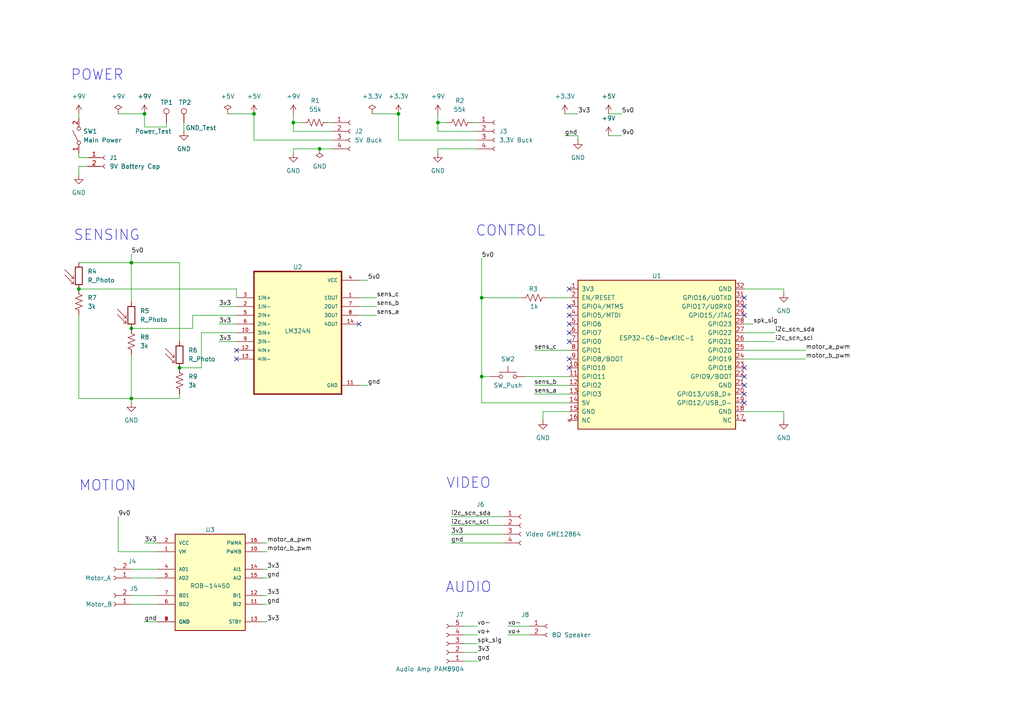
<source format=kicad_sch>
(kicad_sch (version 20231120) (generator "eeschema") (generator_version "8.0")
  (paper "A4")
  (title_block (title "buzzcar_compact_board") (date "2025-09-18") (rev "1.0") (company "My Electrical Romance"))
  (lib_symbols
    (symbol "Connector:Conn_01x02_Socket" (pin_names (offset 1.016) hide)
      (property "Reference" "J" (at 0 2.54 0))
      (property "Value" "Conn_01x02_Socket" (at 0 -5.08 0))
      (symbol "Conn_01x02_Socket_1_1"
        (arc (start 0 -2.032) (mid -0.5058 -2.54) (end 0 -3.048) (stroke (width 0.1524)))
        (polyline (pts (xy -1.27 -2.54) (xy -0.508 -2.54)) (stroke (width 0.1524)))
        (polyline (pts (xy -1.27 0) (xy -0.508 0)) (stroke (width 0.1524)))
        (arc (start 0 0.508) (mid -0.5058 0) (end 0 -0.508) (stroke (width 0.1524)))
        (pin passive line (at -5.08 0 0) (length 3.81) (name "Pin_1") (number "1"))
        (pin passive line (at -5.08 -2.54 0) (length 3.81) (name "Pin_2") (number "2"))
      )
    )
    (symbol "Connector:Conn_01x04_Socket" (pin_names (offset 1.016) hide)
      (property "Reference" "J" (at 0 5.08 0))
      (property "Value" "Conn_01x04_Socket" (at 0 -7.62 0))
      (symbol "Conn_01x04_Socket_1_1"
        (arc (start 0 -4.572) (mid -0.5058 -5.08) (end 0 -5.588) (stroke (width 0.1524)))
        (arc (start 0 -2.032) (mid -0.5058 -2.54) (end 0 -3.048) (stroke (width 0.1524)))
        (polyline (pts (xy -1.27 -5.08) (xy -0.508 -5.08)) (stroke (width 0.1524)))
        (polyline (pts (xy -1.27 -2.54) (xy -0.508 -2.54)) (stroke (width 0.1524)))
        (polyline (pts (xy -1.27 0) (xy -0.508 0)) (stroke (width 0.1524)))
        (polyline (pts (xy -1.27 2.54) (xy -0.508 2.54)) (stroke (width 0.1524)))
        (arc (start 0 0.508) (mid -0.5058 0) (end 0 -0.508) (stroke (width 0.1524)))
        (arc (start 0 3.048) (mid -0.5058 2.54) (end 0 2.032) (stroke (width 0.1524)))
        (pin passive line (at -5.08 2.54 0) (length 3.81) (name "Pin_1") (number "1"))
        (pin passive line (at -5.08 0 0) (length 3.81) (name "Pin_2") (number "2"))
        (pin passive line (at -5.08 -2.54 0) (length 3.81) (name "Pin_3") (number "3"))
        (pin passive line (at -5.08 -5.08 0) (length 3.81) (name "Pin_4") (number "4"))
      )
    )
    (symbol "Connector:Conn_01x05_Socket" (pin_names (offset 1.016) hide)
      (property "Reference" "J" (at 0 7.62 0))
      (property "Value" "Conn_01x05_Socket" (at 0 -7.62 0))
      (symbol "Conn_01x05_Socket_1_1"
        (arc (start 0 -4.572) (mid -0.5058 -5.08) (end 0 -5.588) (stroke (width 0.1524)))
        (arc (start 0 -2.032) (mid -0.5058 -2.54) (end 0 -3.048) (stroke (width 0.1524)))
        (polyline (pts (xy -1.27 -5.08) (xy -0.508 -5.08)) (stroke (width 0.1524)))
        (polyline (pts (xy -1.27 -2.54) (xy -0.508 -2.54)) (stroke (width 0.1524)))
        (polyline (pts (xy -1.27 0) (xy -0.508 0)) (stroke (width 0.1524)))
        (polyline (pts (xy -1.27 2.54) (xy -0.508 2.54)) (stroke (width 0.1524)))
        (polyline (pts (xy -1.27 5.08) (xy -0.508 5.08)) (stroke (width 0.1524)))
        (arc (start 0 0.508) (mid -0.5058 0) (end 0 -0.508) (stroke (width 0.1524)))
        (arc (start 0 3.048) (mid -0.5058 2.54) (end 0 2.032) (stroke (width 0.1524)))
        (arc (start 0 5.588) (mid -0.5058 5.08) (end 0 4.572) (stroke (width 0.1524)))
        (pin passive line (at -5.08 5.08 0) (length 3.81) (name "Pin_1") (number "1"))
        (pin passive line (at -5.08 2.54 0) (length 3.81) (name "Pin_2") (number "2"))
        (pin passive line (at -5.08 0 0) (length 3.81) (name "Pin_3") (number "3"))
        (pin passive line (at -5.08 -2.54 0) (length 3.81) (name "Pin_4") (number "4"))
        (pin passive line (at -5.08 -5.08 0) (length 3.81) (name "Pin_5") (number "5"))
      )
    )
    (symbol "Connector:TestPoint" (pin_numbers hide) (pin_names (offset 0.762) hide)
      (property "Reference" "TP" (at 0 6.858 0))
      (property "Value" "TestPoint" (at 0 5.08 0))
      (symbol "TestPoint_0_1"
        (circle (center 0 3.302) (radius 0.762))
      )
      (symbol "TestPoint_1_1"
        (pin passive line (at 0 0 90) (length 2.54) (name "1") (number "1"))
      )
    )
    (symbol "Device:R_Photo" (pin_numbers hide) (pin_names (offset 0))
      (property "Reference" "R" (at 1.27 1.27 0))
      (property "Value" "R_Photo" (at 1.27 0 0))
      (symbol "R_Photo_0_1"
        (rectangle (start -1.016 2.54) (end 1.016 -2.54) (stroke (width 0.254)))
        (polyline (pts (xy -1.524 -2.286) (xy -4.064 0.254)))
        (polyline (pts (xy -1.524 -2.286) (xy -2.286 -2.286)))
        (polyline (pts (xy -1.524 -2.286) (xy -1.524 -1.524)))
        (polyline (pts (xy -1.524 -0.762) (xy -4.064 1.778)))
        (polyline (pts (xy -1.524 -0.762) (xy -2.286 -0.762)))
        (polyline (pts (xy -1.524 -0.762) (xy -1.524 0)))
      )
      (symbol "R_Photo_1_1"
        (pin passive line (at 0 3.81 270) (length 1.27) (name "~") (number "1"))
        (pin passive line (at 0 -3.81 90) (length 1.27) (name "~") (number "2"))
      )
    )
    (symbol "Device:R_US" (pin_numbers hide) (pin_names (offset 0))
      (property "Reference" "R" (at 2.54 0 90))
      (property "Value" "R_US" (at -2.54 0 90))
      (symbol "R_US_0_1"
        (polyline (pts (xy 0 -2.286) (xy 0 -2.54)))
        (polyline (pts (xy 0 2.286) (xy 0 2.54)))
        (polyline (pts (xy 0 -0.762) (xy 1.016 -1.143) (xy 0 -1.524) (xy -1.016 -1.905) (xy 0 -2.286)))
        (polyline (pts (xy 0 0.762) (xy 1.016 0.381) (xy 0 0) (xy -1.016 -0.381) (xy 0 -0.762)))
        (polyline (pts (xy 0 2.286) (xy 1.016 1.905) (xy 0 1.524) (xy -1.016 1.143) (xy 0 0.762)))
      )
      (symbol "R_US_1_1"
        (pin passive line (at 0 3.81 270) (length 1.27) (name "~") (number "1"))
        (pin passive line (at 0 -3.81 90) (length 1.27) (name "~") (number "2"))
      )
    )
    (symbol "LM324N:LM324N" (pin_names (offset 1.016))
      (property "Reference" "U" (at -12.7 18.78 0))
      (property "Value" "LM324N" (at -12.7 -21.78 0))
      (symbol "LM324N_0_0"
        (rectangle (start -12.7 -17.78) (end 12.7 17.78) (stroke (width 0.41)) (fill (type background)))
        (pin output line (at 17.78 10.16 180) (length 5.08) (name "1OUT") (number "1"))
        (pin input line (at -17.78 0 0) (length 5.08) (name "3IN+") (number "10"))
        (pin power_in line (at 17.78 -15.24 180) (length 5.08) (name "GND") (number "11"))
        (pin input line (at -17.78 -5.08 0) (length 5.08) (name "4IN+") (number "12"))
        (pin input line (at -17.78 -7.62 0) (length 5.08) (name "4IN-") (number "13"))
        (pin output line (at 17.78 2.54 180) (length 5.08) (name "4OUT") (number "14"))
        (pin input line (at -17.78 7.62 0) (length 5.08) (name "1IN-") (number "2"))
        (pin input line (at -17.78 10.16 0) (length 5.08) (name "1IN+") (number "3"))
        (pin power_in line (at 17.78 15.24 180) (length 5.08) (name "VCC") (number "4"))
        (pin input line (at -17.78 5.08 0) (length 5.08) (name "2IN+") (number "5"))
        (pin input line (at -17.78 2.54 0) (length 5.08) (name "2IN-") (number "6"))
        (pin output line (at 17.78 7.62 180) (length 5.08) (name "2OUT") (number "7"))
        (pin output line (at 17.78 5.08 180) (length 5.08) (name "3OUT") (number "8"))
        (pin input line (at -17.78 -2.54 0) (length 5.08) (name "3IN-") (number "9"))
      )
    )
    (symbol "PCM_Espressif:ESP32-C6-DevKitC-1" (pin_names (offset 1.016))
      (property "Reference" "U" (at -22.86 25.4 0))
      (property "Value" "ESP32-C6-DevKitC-1" (at -22.86 22.86 0))
      (symbol "ESP32-C6-DevKitC-1_0_1"
        (rectangle (start -22.86 20.32) (end 22.86 -22.86) (stroke (width 0.254)) (fill (type background)))
      )
      (symbol "ESP32-C6-DevKitC-1_1_0"
        (pin power_in line (at -25.4 -15.24 0) (length 2.54) (name "5V") (number "14"))
        (pin input line (at -25.4 15.24 0) (length 2.54) (name "EN/RESET") (number "2"))
      )
      (symbol "ESP32-C6-DevKitC-1_1_1"
        (pin power_in line (at -25.4 17.78 0) (length 2.54) (name "3V3") (number "1"))
        (pin bidirectional line (at -25.4 -5.08 0) (length 2.54) (name "GPIO10") (number "10"))
        (pin bidirectional line (at -25.4 -7.62 0) (length 2.54) (name "GPIO11") (number "11"))
        (pin bidirectional line (at -25.4 -10.16 0) (length 2.54) (name "GPIO2") (number "12"))
        (pin bidirectional line (at -25.4 -12.7 0) (length 2.54) (name "GPIO3") (number "13"))
        (pin power_in line (at -25.4 -17.78 0) (length 2.54) (name "GND") (number "15"))
        (pin no_connect line (at -25.4 -20.32 0) (length 2.54) (name "NC") (number "16"))
        (pin no_connect line (at 25.4 -20.32 180) (length 2.54) (name "NC") (number "17"))
        (pin power_in line (at 25.4 -17.78 180) (length 2.54) (name "GND") (number "18"))
        (pin bidirectional line (at 25.4 -15.24 180) (length 2.54) (name "GPIO12/USB_D-") (number "19"))
        (pin bidirectional line (at 25.4 -12.7 180) (length 2.54) (name "GPIO13/USB_D+") (number "20"))
        (pin power_in line (at 25.4 -10.16 180) (length 2.54) (name "GND") (number "21"))
        (pin bidirectional line (at 25.4 -7.62 180) (length 2.54) (name "GPIO9/BOOT") (number "22"))
        (pin bidirectional line (at 25.4 -5.08 180) (length 2.54) (name "GPIO18") (number "23"))
        (pin bidirectional line (at 25.4 -2.54 180) (length 2.54) (name "GPIO19") (number "24"))
        (pin bidirectional line (at 25.4 0 180) (length 2.54) (name "GPIO20") (number "25"))
        (pin bidirectional line (at 25.4 2.54 180) (length 2.54) (name "GPIO21") (number "26"))
        (pin bidirectional line (at 25.4 5.08 180) (length 2.54) (name "GPIO22") (number "27"))
        (pin bidirectional line (at 25.4 7.62 180) (length 2.54) (name "GPIO23") (number "28"))
        (pin bidirectional line (at 25.4 10.16 180) (length 2.54) (name "GPIO15/JTAG") (number "29"))
        (pin bidirectional line (at -25.4 12.7 0) (length 2.54) (name "GPIO4/MTMS") (number "3"))
        (pin bidirectional line (at 25.4 12.7 180) (length 2.54) (name "GPIO17/U0RXD") (number "30"))
        (pin bidirectional line (at 25.4 15.24 180) (length 2.54) (name "GPIO16/U0TXD") (number "31"))
        (pin power_in line (at 25.4 17.78 180) (length 2.54) (name "GND") (number "32"))
        (pin bidirectional line (at -25.4 10.16 0) (length 2.54) (name "GPIO5/MTDI") (number "4"))
        (pin bidirectional line (at -25.4 7.62 0) (length 2.54) (name "GPIO6") (number "5"))
        (pin bidirectional line (at -25.4 5.08 0) (length 2.54) (name "GPIO7") (number "6"))
        (pin bidirectional line (at -25.4 2.54 0) (length 2.54) (name "GPIO0") (number "7"))
        (pin bidirectional line (at -25.4 0 0) (length 2.54) (name "GPIO1") (number "8"))
        (pin bidirectional line (at -25.4 -2.54 0) (length 2.54) (name "GPIO8/BOOT") (number "9"))
      )
    )
    (symbol "ROB-14450:ROB-14450" (pin_names (offset 1.016))
      (property "Reference" "U" (at -10.16 16.002 0))
      (property "Value" "ROB-14450" (at -10.16 -15.24 0))
      (symbol "ROB-14450_0_0"
        (rectangle (start -10.16 -12.7) (end 10.16 15.24) (stroke (width 0.254)) (fill (type background)))
        (pin power_in line (at 15.24 10.16 180) (length 5.08) (name "VM") (number "1"))
        (pin input line (at -15.24 10.16 0) (length 5.08) (name "PWMB") (number "10"))
        (pin input line (at -15.24 -5.08 0) (length 5.08) (name "BI2") (number "11"))
        (pin input line (at -15.24 -2.54 0) (length 5.08) (name "BI1") (number "12"))
        (pin input line (at -15.24 -10.16 0) (length 5.08) (name "STBY") (number "13"))
        (pin input line (at -15.24 5.08 0) (length 5.08) (name "AI1") (number "14"))
        (pin input line (at -15.24 2.54 0) (length 5.08) (name "AI2") (number "15"))
        (pin input line (at -15.24 12.7 0) (length 5.08) (name "PWMA") (number "16"))
        (pin power_in line (at 15.24 12.7 180) (length 5.08) (name "VCC") (number "2"))
        (pin power_in line (at 15.24 -10.16 180) (length 5.08) (name "GND") (number "3"))
        (pin output line (at 15.24 5.08 180) (length 5.08) (name "A01") (number "4"))
        (pin output line (at 15.24 2.54 180) (length 5.08) (name "A02") (number "5"))
        (pin output line (at 15.24 -5.08 180) (length 5.08) (name "B02") (number "6"))
        (pin output line (at 15.24 -2.54 180) (length 5.08) (name "B01") (number "7"))
        (pin power_in line (at 15.24 -10.16 180) (length 5.08) (name "GND") (number "8"))
        (pin power_in line (at 15.24 -10.16 180) (length 5.08) (name "GND") (number "9"))
      )
    )
    (symbol "Switch:SW_Push" (pin_numbers hide) (pin_names (offset 1.016) hide)
      (property "Reference" "SW" (at 1.27 2.54 0))
      (property "Value" "SW_Push" (at 0 -1.524 0))
      (symbol "SW_Push_0_1"
        (circle (center -2.032 0) (radius 0.508))
        (polyline (pts (xy 0 1.27) (xy 0 3.048)))
        (polyline (pts (xy 2.54 1.27) (xy -2.54 1.27)))
        (circle (center 2.032 0) (radius 0.508))
        (pin passive line (at -5.08 0 0) (length 2.54) (name "1") (number "1"))
        (pin passive line (at 5.08 0 180) (length 2.54) (name "2") (number "2"))
      )
    )
    (symbol "Switch:SW_SPST" (pin_names (offset 0) hide)
      (property "Reference" "SW" (at 0 3.175 0))
      (property "Value" "SW_SPST" (at 0 -2.54 0))
      (symbol "SW_SPST_0_0"
        (circle (center -2.032 0) (radius 0.508))
        (polyline (pts (xy -1.524 0.254) (xy 1.524 1.778)))
        (circle (center 2.032 0) (radius 0.508))
      )
      (symbol "SW_SPST_1_1"
        (pin passive line (at -5.08 0 0) (length 2.54) (name "A") (number "1"))
        (pin passive line (at 5.08 0 180) (length 2.54) (name "B") (number "2"))
      )
    )
    (symbol "power:+5V" (power) (pin_numbers hide) (pin_names (offset 0) hide)
      (property "Value" "+5V" (at 0 3.556 0))
      (symbol "+5V_0_1"
        (polyline (pts (xy -0.762 1.27) (xy 0 2.54)))
        (polyline (pts (xy 0 0) (xy 0 2.54)))
        (polyline (pts (xy 0 2.54) (xy 0.762 1.27)))
      )
      (symbol "+5V_1_1"
        (pin power_in line (at 0 0 90) (length 0) (name "~") (number "1"))
      )
    )
    (symbol "power:+9V" (power) (pin_numbers hide) (pin_names (offset 0) hide)
      (property "Value" "+9V" (at 0 3.556 0))
      (symbol "+9V_0_1"
        (polyline (pts (xy -0.762 1.27) (xy 0 2.54)))
        (polyline (pts (xy 0 0) (xy 0 2.54)))
        (polyline (pts (xy 0 2.54) (xy 0.762 1.27)))
      )
      (symbol "+9V_1_1"
        (pin power_in line (at 0 0 90) (length 0) (name "~") (number "1"))
      )
    )
    (symbol "power:GND" (power) (pin_numbers hide) (pin_names (offset 0) hide)
      (property "Value" "GND" (at 0 -3.81 0))
      (symbol "GND_0_1"
        (polyline (pts (xy 0 0) (xy 0 -1.27) (xy 1.27 -1.27) (xy 0 -2.54) (xy -1.27 -1.27) (xy 0 -1.27)))
      )
      (symbol "GND_1_1"
        (pin power_in line (at 0 0 270) (length 0) (name "~") (number "1"))
      )
    )
    (symbol "power:PWR_FLAG" (power) (pin_numbers hide) (pin_names (offset 0) hide)
      (property "Value" "PWR_FLAG" (at 0 3.81 0))
      (symbol "PWR_FLAG_0_0"
        (pin power_out line (at 0 0 90) (length 0) (name "~") (number "1"))
      )
      (symbol "PWR_FLAG_0_1"
        (polyline (pts (xy 0 0) (xy 0 1.27) (xy -1.016 1.905) (xy 0 2.54) (xy 1.016 1.905) (xy 0 1.27)))
      )
    )
  )
  (junction (at 115.57 33.02))
  (junction (at 38.1 95.25))
  (junction (at 38.1 76.2))
  (junction (at 139.7 86.36))
  (junction (at 127 35.56))
  (junction (at 139.7 109.22))
  (junction (at 38.1 115.57))
  (junction (at 73.66 33.02))
  (junction (at 85.09 35.56))
  (junction (at 52.07 106.68))
  (junction (at 22.86 83.82))
  (junction (at 92.71 43.18))
  (junction (at 41.91 33.02))
  (no_connect (at 68.58 104.14))
  (no_connect (at 165.1 96.52))
  (no_connect (at 165.1 93.98))
  (no_connect (at 68.58 101.6))
  (no_connect (at 215.9 111.76))
  (no_connect (at 165.1 106.68))
  (no_connect (at 165.1 104.14))
  (no_connect (at 165.1 83.82))
  (no_connect (at 104.14 93.98))
  (no_connect (at 165.1 99.06))
  (no_connect (at 215.9 88.9))
  (no_connect (at 215.9 116.84))
  (no_connect (at 215.9 86.36))
  (no_connect (at 165.1 88.9))
  (no_connect (at 165.1 91.44))
  (no_connect (at 215.9 109.22))
  (no_connect (at 215.9 91.44))
  (no_connect (at 215.9 114.3))
  (no_connect (at 215.9 106.68))
  (wire (pts (xy 130.81 154.94) (xy 146.05 154.94)))
  (wire (pts (xy 55.88 95.25) (xy 38.1 95.25)))
  (wire (pts (xy 215.9 101.6) (xy 233.68 101.6)))
  (wire (pts (xy 76.2 165.1) (xy 77.47 165.1)))
  (wire (pts (xy 63.5 93.98) (xy 68.58 93.98)))
  (wire (pts (xy 96.52 43.18) (xy 92.71 43.18)))
  (wire (pts (xy 95.25 35.56) (xy 96.52 35.56)))
  (wire (pts (xy 38.1 116.84) (xy 38.1 115.57)))
  (wire (pts (xy 76.2 157.48) (xy 77.47 157.48)))
  (wire (pts (xy 158.75 86.36) (xy 165.1 86.36)))
  (wire (pts (xy 227.33 121.92) (xy 227.33 119.38)))
  (wire (pts (xy 227.33 119.38) (xy 215.9 119.38)))
  (wire (pts (xy 130.81 157.48) (xy 146.05 157.48)))
  (wire (pts (xy 22.86 44.45) (xy 22.86 45.72)))
  (wire (pts (xy 127 33.02) (xy 127 35.56)))
  (wire (pts (xy 139.7 74.93) (xy 139.7 86.36)))
  (wire (pts (xy 52.07 115.57) (xy 38.1 115.57)))
  (wire (pts (xy 85.09 38.1) (xy 96.52 38.1)))
  (wire (pts (xy 104.14 91.44) (xy 109.22 91.44)))
  (wire (pts (xy 96.52 40.64) (xy 73.66 40.64)))
  (wire (pts (xy 134.62 189.23) (xy 138.43 189.23)))
  (wire (pts (xy 58.42 106.68) (xy 52.07 106.68)))
  (wire (pts (xy 38.1 165.1) (xy 45.72 165.1)))
  (wire (pts (xy 104.14 111.76) (xy 106.68 111.76)))
  (wire (pts (xy 22.86 115.57) (xy 38.1 115.57)))
  (wire (pts (xy 104.14 81.28) (xy 106.68 81.28)))
  (wire (pts (xy 38.1 76.2) (xy 38.1 87.63)))
  (wire (pts (xy 52.07 76.2) (xy 52.07 99.06)))
  (wire (pts (xy 53.34 35.56) (xy 53.34 38.1)))
  (wire (pts (xy 68.58 91.44) (xy 55.88 91.44)))
  (wire (pts (xy 85.09 33.02) (xy 85.09 35.56)))
  (wire (pts (xy 63.5 88.9) (xy 68.58 88.9)))
  (wire (pts (xy 138.43 43.18) (xy 127 43.18)))
  (wire (pts (xy 38.1 175.26) (xy 45.72 175.26)))
  (wire (pts (xy 139.7 116.84) (xy 165.1 116.84)))
  (wire (pts (xy 134.62 186.69) (xy 138.43 186.69)))
  (wire (pts (xy 115.57 40.64) (xy 115.57 33.02)))
  (wire (pts (xy 139.7 109.22) (xy 139.7 116.84)))
  (wire (pts (xy 41.91 157.48) (xy 45.72 157.48)))
  (wire (pts (xy 176.53 33.02) (xy 180.34 33.02)))
  (wire (pts (xy 151.13 86.36) (xy 139.7 86.36)))
  (wire (pts (xy 85.09 35.56) (xy 87.63 35.56)))
  (wire (pts (xy 127 38.1) (xy 138.43 38.1)))
  (wire (pts (xy 76.2 167.64) (xy 77.47 167.64)))
  (wire (pts (xy 48.26 36.83) (xy 41.91 36.83)))
  (wire (pts (xy 45.72 160.02) (xy 34.29 160.02)))
  (wire (pts (xy 41.91 36.83) (xy 41.91 33.02)))
  (wire (pts (xy 107.95 33.02) (xy 115.57 33.02)))
  (wire (pts (xy 157.48 121.92) (xy 157.48 119.38)))
  (wire (pts (xy 68.58 96.52) (xy 58.42 96.52)))
  (wire (pts (xy 76.2 160.02) (xy 77.47 160.02)))
  (wire (pts (xy 76.2 172.72) (xy 77.47 172.72)))
  (wire (pts (xy 48.26 35.56) (xy 48.26 36.83)))
  (wire (pts (xy 127 35.56) (xy 129.54 35.56)))
  (wire (pts (xy 137.16 35.56) (xy 138.43 35.56)))
  (wire (pts (xy 127 35.56) (xy 127 38.1)))
  (wire (pts (xy 127 43.18) (xy 127 44.45)))
  (wire (pts (xy 215.9 99.06) (xy 224.79 99.06)))
  (wire (pts (xy 154.94 101.6) (xy 165.1 101.6)))
  (wire (pts (xy 176.53 39.37) (xy 180.34 39.37)))
  (wire (pts (xy 22.86 91.44) (xy 22.86 115.57)))
  (wire (pts (xy 134.62 191.77) (xy 138.43 191.77)))
  (wire (pts (xy 52.07 114.3) (xy 52.07 115.57)))
  (wire (pts (xy 25.4 48.26) (xy 22.86 48.26)))
  (wire (pts (xy 167.64 39.37) (xy 167.64 40.64)))
  (wire (pts (xy 68.58 86.36) (xy 68.58 83.82)))
  (wire (pts (xy 142.24 109.22) (xy 139.7 109.22)))
  (wire (pts (xy 163.83 33.02) (xy 167.64 33.02)))
  (wire (pts (xy 22.86 83.82) (xy 68.58 83.82)))
  (wire (pts (xy 165.1 111.76) (xy 154.94 111.76)))
  (wire (pts (xy 25.4 45.72) (xy 22.86 45.72)))
  (wire (pts (xy 34.29 33.02) (xy 41.91 33.02)))
  (wire (pts (xy 215.9 96.52) (xy 224.79 96.52)))
  (wire (pts (xy 138.43 40.64) (xy 115.57 40.64)))
  (wire (pts (xy 66.04 33.02) (xy 73.66 33.02)))
  (wire (pts (xy 134.62 181.61) (xy 138.43 181.61)))
  (wire (pts (xy 38.1 76.2) (xy 52.07 76.2)))
  (wire (pts (xy 34.29 160.02) (xy 34.29 149.86)))
  (wire (pts (xy 55.88 91.44) (xy 55.88 95.25)))
  (wire (pts (xy 85.09 35.56) (xy 85.09 38.1)))
  (wire (pts (xy 92.71 43.18) (xy 85.09 43.18)))
  (wire (pts (xy 58.42 96.52) (xy 58.42 106.68)))
  (wire (pts (xy 130.81 149.86) (xy 146.05 149.86)))
  (wire (pts (xy 38.1 167.64) (xy 45.72 167.64)))
  (wire (pts (xy 215.9 104.14) (xy 233.68 104.14)))
  (wire (pts (xy 76.2 175.26) (xy 77.47 175.26)))
  (wire (pts (xy 41.91 180.34) (xy 45.72 180.34)))
  (wire (pts (xy 165.1 109.22) (xy 152.4 109.22)))
  (wire (pts (xy 22.86 48.26) (xy 22.86 50.8)))
  (wire (pts (xy 215.9 93.98) (xy 218.44 93.98)))
  (wire (pts (xy 22.86 34.29) (xy 22.86 33.02)))
  (wire (pts (xy 147.32 184.15) (xy 153.67 184.15)))
  (wire (pts (xy 134.62 184.15) (xy 138.43 184.15)))
  (wire (pts (xy 227.33 83.82) (xy 227.33 85.09)))
  (wire (pts (xy 157.48 119.38) (xy 165.1 119.38)))
  (wire (pts (xy 38.1 172.72) (xy 45.72 172.72)))
  (wire (pts (xy 147.32 181.61) (xy 153.67 181.61)))
  (wire (pts (xy 38.1 102.87) (xy 38.1 115.57)))
  (wire (pts (xy 22.86 76.2) (xy 38.1 76.2)))
  (wire (pts (xy 73.66 40.64) (xy 73.66 33.02)))
  (wire (pts (xy 104.14 86.36) (xy 109.22 86.36)))
  (wire (pts (xy 104.14 88.9) (xy 109.22 88.9)))
  (wire (pts (xy 163.83 39.37) (xy 167.64 39.37)))
  (wire (pts (xy 85.09 43.18) (xy 85.09 44.45)))
  (wire (pts (xy 130.81 152.4) (xy 146.05 152.4)))
  (wire (pts (xy 165.1 114.3) (xy 154.94 114.3)))
  (wire (pts (xy 76.2 180.34) (xy 77.47 180.34)))
  (wire (pts (xy 215.9 83.82) (xy 227.33 83.82)))
  (wire (pts (xy 38.1 76.2) (xy 38.1 73.66)))
  (wire (pts (xy 139.7 86.36) (xy 139.7 109.22)))
  (wire (pts (xy 63.5 99.06) (xy 68.58 99.06)))
  (text "SENSING" (at 30.988 68.326 0) (effects (font (size 3 3))))
  (text "VIDEO" (at 135.89 140.208 0) (effects (font (size 3 3))))
  (text "POWER" (at 28.194 21.844 0) (effects (font (size 3 3))))
  (text "CONTROL" (at 148.082 67.056 0) (effects (font (size 3 3))))
  (text "AUDIO" (at 135.89 170.434 0) (effects (font (size 3 3))))
  (text "MOTION" (at 31.242 140.97 0) (effects (font (size 3 3))))
  (label "5v0" (at 139.7 74.93 0))
  (label "5v0" (at 38.1 73.66 0))
  (label "gnd" (at 106.68 111.76 0))
  (label "5v0" (at 106.68 81.28 0))
  (label "i2c_scn_sda" (at 130.81 149.86 0))
  (label "spk_sig" (at 218.44 93.98 0))
  (label "sens_a" (at 154.94 114.3 0))
  (label "3v3" (at 77.47 180.34 0))
  (label "gnd" (at 41.91 180.34 0))
  (label "3v3" (at 63.5 88.9 0))
  (label "3v3" (at 63.5 93.98 0))
  (label "3v3" (at 63.5 99.06 0))
  (label "3v3" (at 41.91 157.48 0))
  (label "motor_a_pwm" (at 77.47 157.48 0))
  (label "vo-" (at 147.32 181.61 0))
  (label "gnd" (at 130.81 157.48 0))
  (label "spk_sig" (at 138.43 186.69 0))
  (label "sens_b" (at 154.94 111.76 0))
  (label "9v0" (at 34.29 149.86 0))
  (label "sens_c" (at 154.94 101.6 0))
  (label "motor_a_pwm" (at 233.68 101.6 0))
  (label "5v0" (at 180.34 33.02 0))
  (label "3v3" (at 77.47 172.72 0))
  (label "3v3" (at 77.47 165.1 0))
  (label "motor_b_pwm" (at 233.68 104.14 0))
  (label "3v3" (at 138.43 189.23 0))
  (label "sens_b" (at 109.22 88.9 0))
  (label "9v0" (at 180.34 39.37 0))
  (label "i2c_scn_scl" (at 224.79 99.06 0))
  (label "vo-" (at 138.43 181.61 0))
  (label "i2c_scn_sda" (at 224.79 96.52 0))
  (label "3v3" (at 167.64 33.02 0))
  (label "gnd" (at 163.83 39.37 0))
  (label "gnd" (at 77.47 175.26 0))
  (label "sens_a" (at 109.22 91.44 0))
  (label "3v3" (at 130.81 154.94 0))
  (label "sens_c" (at 109.22 86.36 0))
  (label "gnd" (at 138.43 191.77 0))
  (label "gnd" (at 77.47 167.64 0))
  (label "i2c_scn_scl" (at 130.81 152.4 0))
  (label "vo+" (at 147.32 184.15 0))
  (label "motor_b_pwm" (at 77.47 160.02 0))
  (label "vo+" (at 138.43 184.15 0))
  (symbol (lib_id "Device:R_Photo") (at 22.86 80.01 0) (unit 1)
    (property "Reference" "R4" (at 25.4 78.7399 0) (effects (justify left)))
    (property "Value" "R_Photo" (at 25.4 81.2799 0) (effects (justify left)))
    (property "Description" "Photoresistor" (effects (hide yes)))
  )
  (symbol (lib_id "power:PWR_FLAG") (at 34.29 33.02 0) (unit 1)
    (property "Reference" "#FLG02" (effects (hide yes)))
    (property "Value" "+9V" (at 34.29 27.94 0))
    (property "Description" "Special symbol for telling ERC where power comes from" (effects (hide yes)))
  )
  (symbol (lib_id "Connector:Conn_01x04_Socket") (at 143.51 38.1 0) (unit 1)
    (property "Reference" "J3" (at 144.78 38.0999 0) (effects (justify left)))
    (property "Value" "3.3V Buck" (at 144.78 40.6399 0) (effects (justify left)))
    (property "Description" "Generic connector, single row, 01x04, script generated" (effects (hide yes)))
  )
  (symbol (lib_id "Connector:Conn_01x04_Socket") (at 151.13 152.4 0) (unit 1)
    (property "Reference" "J6" (at 138.176 146.304 0) (effects (justify left)))
    (property "Value" "Video GME12864" (at 152.4 154.9399 0) (effects (justify left)))
    (property "Description" "Generic connector, single row, 01x04, script generated" (effects (hide yes)))
  )
  (symbol (lib_id "Device:R_US") (at 22.86 87.63 0) (unit 1)
    (property "Reference" "R7" (at 25.4 86.3599 0) (effects (justify left)))
    (property "Value" "3k" (at 25.4 88.8999 0) (effects (justify left)))
    (property "Description" "Resistor, US symbol" (effects (hide yes)))
  )
  (symbol (lib_id "LM324N:LM324N") (at 86.36 96.52 0) (unit 1)
    (property "Reference" "U2" (at 86.36 77.47 0))
    (property "Value" "LM324N" (at 86.36 96.012 0))
    (property "Footprint" "LM324N:DIP794W45P254L1969H508Q14" (effects (hide yes)))
    (property "MF" "Texas Instruments" (effects (hide yes)))
    (property "Description_1" "\n                        \n                            Quad 30-V 1.2-MHz operational amplifier\n                        \n" (effects (hide yes)))
    (property "Package" "PDIP-14 Texas Instruments" (effects (hide yes)))
    (property "Price" "None" (effects (hide yes)))
    (property "SnapEDA_Link" "https://www.snapeda.com/parts/LM324N/Texas+Instruments/view-part/?ref=snap" (effects (hide yes)))
    (property "MP" "LM324N" (effects (hide yes)))
    (property "Availability" "In Stock" (effects (hide yes)))
    (property "Check_prices" "https://www.snapeda.com/parts/LM324N/Texas+Instruments/view-part/?ref=eda" (effects (hide yes)))
  )
  (symbol (lib_id "power:+9V") (at 41.91 33.02 0) (unit 1)
    (property "Reference" "#PWR01" (effects (hide yes)))
    (property "Value" "+9V" (at 41.91 27.94 0))
    (property "Description" "Power symbol creates a global label with name \"+9V\"" (effects (hide yes)))
  )
  (symbol (lib_id "power:PWR_FLAG") (at 66.04 33.02 0) (unit 1)
    (property "Reference" "#FLG03" (effects (hide yes)))
    (property "Value" "+5V" (at 66.04 27.94 0))
    (property "Description" "Special symbol for telling ERC where power comes from" (effects (hide yes)))
  )
  (symbol (lib_id "Connector:TestPoint") (at 48.26 35.56 0) (unit 1)
    (property "Reference" "TP1" (at 46.482 29.718 0) (effects (justify left)))
    (property "Value" "Power_Test" (at 39.116 38.1 0) (effects (justify left)))
    (property "Description" "test point" (effects (hide yes)))
  )
  (symbol (lib_id "PCM_Espressif:ESP32-C6-DevKitC-1") (at 190.5 101.6 0) (unit 1)
    (property "Reference" "U1" (at 190.5 80.01 0))
    (property "Value" "ESP32-C6-DevKitC-1" (at 190.5 98.044 0))
    (property "Footprint" "PCM_Espressif:ESP32-C6-DevKitC-1" (effects (hide yes)))
    (property "Datasheet" "https://docs.espressif.com/projects/espressif-esp-dev-kits/en/latest/esp32c6/esp32-c6-devkitc-1/user_guide.html" (effects (hide yes)))
    (property "Description" "ESP32-C6-DevKitC-1" (effects (hide yes)))
  )
  (symbol (lib_id "Device:R_US") (at 52.07 110.49 0) (unit 1)
    (property "Reference" "R9" (at 54.61 109.2199 0) (effects (justify left)))
    (property "Value" "3k" (at 54.61 111.7599 0) (effects (justify left)))
    (property "Description" "Resistor, US symbol" (effects (hide yes)))
  )
  (symbol (lib_id "power:GND") (at 227.33 121.92 0) (unit 1)
    (property "Reference" "#PWR014" (effects (hide yes)))
    (property "Value" "GND" (at 227.33 127 0))
    (property "Description" "Power symbol creates a global label with name \"GND\" , ground" (effects (hide yes)))
  )
  (symbol (lib_id "power:+9V") (at 127 33.02 0) (unit 1)
    (property "Reference" "#PWR08" (effects (hide yes)))
    (property "Value" "+9V" (at 127 27.94 0))
    (property "Description" "Power symbol creates a global label with name \"+9V\"" (effects (hide yes)))
  )
  (symbol (lib_id "Connector:TestPoint") (at 53.34 35.56 0) (unit 1)
    (property "Reference" "TP2" (at 51.816 29.718 0) (effects (justify left)))
    (property "Value" "GND_Test" (at 53.848 37.084 0) (effects (justify left)))
    (property "Description" "test point" (effects (hide yes)))
  )
  (symbol (lib_id "power:GND") (at 22.86 50.8 0) (unit 1)
    (property "Reference" "#PWR04" (effects (hide yes)))
    (property "Value" "GND" (at 22.86 55.88 0))
    (property "Description" "Power symbol creates a global label with name \"GND\" , ground" (effects (hide yes)))
  )
  (symbol (lib_id "power:+9V") (at 85.09 33.02 0) (unit 1)
    (property "Reference" "#PWR05" (effects (hide yes)))
    (property "Value" "+9V" (at 85.09 27.94 0))
    (property "Description" "Power symbol creates a global label with name \"+9V\"" (effects (hide yes)))
  )
  (symbol (lib_id "Connector:Conn_01x05_Socket") (at 129.54 186.69 180) (unit 1)
    (property "Reference" "J7" (at 133.35 178.308 0))
    (property "Value" "Audio Amp PAM8904" (at 124.714 194.056 0))
    (property "Description" "Generic connector, single row, 01x05, script generated" (effects (hide yes)))
  )
  (symbol (lib_id "power:GND") (at 53.34 38.1 0) (unit 1)
    (property "Reference" "#PWR010" (effects (hide yes)))
    (property "Value" "GND" (at 53.34 43.18 0))
    (property "Description" "Power symbol creates a global label with name \"GND\" , ground" (effects (hide yes)))
  )
  (symbol (lib_id "power:+5V") (at 115.57 33.02 0) (unit 1)
    (property "Reference" "#PWR07" (effects (hide yes)))
    (property "Value" "+3.3V" (at 115.57 27.94 0))
    (property "Description" "Power symbol creates a global label with name \"+5V\"" (effects (hide yes)))
  )
  (symbol (lib_id "power:+5V") (at 73.66 33.02 0) (unit 1)
    (property "Reference" "#PWR06" (effects (hide yes)))
    (property "Value" "+5V" (at 73.66 27.94 0))
    (property "Description" "Power symbol creates a global label with name \"+5V\"" (effects (hide yes)))
  )
  (symbol (lib_id "Connector:Conn_01x02_Socket") (at 30.48 45.72 0) (unit 1)
    (property "Reference" "J1" (at 31.75 45.7199 0) (effects (justify left)))
    (property "Value" "9V Battery Cap" (at 31.75 48.2599 0) (effects (justify left)))
    (property "Description" "Generic connector, single row, 01x02, script generated" (effects (hide yes)))
  )
  (symbol (lib_id "power:GND") (at 167.64 40.64 0) (unit 1)
    (property "Reference" "#PWR027" (effects (hide yes)))
    (property "Value" "GND" (at 167.64 45.72 0))
    (property "Description" "Power symbol creates a global label with name \"GND\" , ground" (effects (hide yes)))
  )
  (symbol (lib_id "power:GND") (at 157.48 121.92 0) (unit 1)
    (property "Reference" "#PWR011" (effects (hide yes)))
    (property "Value" "GND" (at 157.48 127 0))
    (property "Description" "Power symbol creates a global label with name \"GND\" , ground" (effects (hide yes)))
  )
  (symbol (lib_id "Device:R_US") (at 154.94 86.36 90) (unit 1)
    (property "Reference" "R3" (at 154.686 83.82 90))
    (property "Value" "1k" (at 154.94 88.9 90))
    (property "Description" "Resistor, US symbol" (effects (hide yes)))
  )
  (symbol (lib_id "Device:R_US") (at 38.1 99.06 0) (unit 1)
    (property "Reference" "R8" (at 40.64 97.7899 0) (effects (justify left)))
    (property "Value" "3k" (at 40.64 100.3299 0) (effects (justify left)))
    (property "Description" "Resistor, US symbol" (effects (hide yes)))
  )
  (symbol (lib_id "power:+5V") (at 176.53 33.02 0) (unit 1)
    (property "Reference" "#PWR017" (effects (hide yes)))
    (property "Value" "+5V" (at 176.53 27.94 0))
    (property "Description" "Power symbol creates a global label with name \"+5V\"" (effects (hide yes)))
  )
  (symbol (lib_id "Connector:Conn_01x04_Socket") (at 101.6 38.1 0) (unit 1)
    (property "Reference" "J2" (at 102.87 38.0999 0) (effects (justify left)))
    (property "Value" "5V Buck" (at 102.87 40.6399 0) (effects (justify left)))
    (property "Description" "Generic connector, single row, 01x04, script generated" (effects (hide yes)))
  )
  (symbol (lib_id "Switch:SW_SPST") (at 22.86 39.37 90) (unit 1)
    (property "Reference" "SW1" (at 24.13 38.0999 90) (effects (justify right)))
    (property "Value" "Main Power" (at 24.13 40.6399 90) (effects (justify right)))
    (property "Description" "Single Pole Single Throw (SPST) switch" (effects (hide yes)))
  )
  (symbol (lib_id "power:+9V") (at 176.53 39.37 0) (unit 1)
    (property "Reference" "#PWR012" (effects (hide yes)))
    (property "Value" "+9V" (at 176.53 34.29 0))
    (property "Description" "Power symbol creates a global label with name \"+9V\"" (effects (hide yes)))
  )
  (symbol (lib_id "power:+9V") (at 22.86 33.02 0) (unit 1)
    (property "Reference" "#PWR03" (effects (hide yes)))
    (property "Value" "+9V" (at 22.86 27.94 0))
    (property "Description" "Power symbol creates a global label with name \"+9V\"" (effects (hide yes)))
  )
  (symbol (lib_id "power:GND") (at 38.1 116.84 0) (unit 1)
    (property "Reference" "#PWR016" (effects (hide yes)))
    (property "Value" "GND" (at 38.1 121.92 0))
    (property "Description" "Power symbol creates a global label with name \"GND\" , ground" (effects (hide yes)))
  )
  (symbol (lib_id "power:GND") (at 85.09 44.45 0) (unit 1)
    (property "Reference" "#PWR02" (effects (hide yes)))
    (property "Value" "GND" (at 85.09 49.53 0))
    (property "Description" "Power symbol creates a global label with name \"GND\" , ground" (effects (hide yes)))
  )
  (symbol (lib_id "Device:R_Photo") (at 52.07 102.87 0) (unit 1)
    (property "Reference" "R6" (at 54.61 101.5999 0) (effects (justify left)))
    (property "Value" "R_Photo" (at 54.61 104.1399 0) (effects (justify left)))
    (property "Description" "Photoresistor" (effects (hide yes)))
  )
  (symbol (lib_id "Connector:Conn_01x02_Socket") (at 158.75 181.61 0) (unit 1)
    (property "Reference" "J8" (at 151.13 178.308 0) (effects (justify left)))
    (property "Value" "8Ω Speaker" (at 160.02 184.1499 0) (effects (justify left)))
    (property "Description" "Generic connector, single row, 01x02, script generated" (effects (hide yes)))
  )
  (symbol (lib_id "Device:R_Photo") (at 38.1 91.44 0) (unit 1)
    (property "Reference" "R5" (at 40.64 90.1699 0) (effects (justify left)))
    (property "Value" "R_Photo" (at 40.64 92.7099 0) (effects (justify left)))
    (property "Description" "Photoresistor" (effects (hide yes)))
  )
  (symbol (lib_id "Device:R_US") (at 133.35 35.56 90) (unit 1)
    (property "Reference" "R2" (at 133.35 29.21 90))
    (property "Value" "55k" (at 133.35 31.75 90))
    (property "Description" "Resistor, US symbol" (effects (hide yes)))
  )
  (symbol (lib_id "power:PWR_FLAG") (at 107.95 33.02 0) (unit 1)
    (property "Reference" "#FLG04" (effects (hide yes)))
    (property "Value" "+3.3V" (at 107.95 27.94 0))
    (property "Description" "Special symbol for telling ERC where power comes from" (effects (hide yes)))
  )
  (symbol (lib_id "Connector:Conn_01x02_Socket") (at 33.02 175.26 180) (unit 1)
    (property "Reference" "J5" (at 38.862 170.688 0))
    (property "Value" "Motor_B" (at 28.702 175.26 0))
    (property "Description" "Generic connector, single row, 01x02, script generated" (effects (hide yes)))
  )
  (symbol (lib_id "Device:R_US") (at 91.44 35.56 90) (unit 1)
    (property "Reference" "R1" (at 91.44 29.21 90))
    (property "Value" "55k" (at 91.44 31.75 90))
    (property "Description" "Resistor, US symbol" (effects (hide yes)))
  )
  (symbol (lib_id "power:+5V") (at 163.83 33.02 0) (unit 1)
    (property "Reference" "#PWR023" (effects (hide yes)))
    (property "Value" "+3.3V" (at 163.83 27.94 0))
    (property "Description" "Power symbol creates a global label with name \"+5V\"" (effects (hide yes)))
  )
  (symbol (lib_id "power:PWR_FLAG") (at 92.71 43.18 180) (unit 1)
    (property "Reference" "#FLG01" (effects (hide yes)))
    (property "Value" "GND" (at 92.71 48.26 0))
    (property "Description" "Special symbol for telling ERC where power comes from" (effects (hide yes)))
  )
  (symbol (lib_id "Connector:Conn_01x02_Socket") (at 33.02 167.64 180) (unit 1)
    (property "Reference" "J4" (at 38.354 162.814 0))
    (property "Value" "Motor_A" (at 28.448 167.64 0))
    (property "Description" "Generic connector, single row, 01x02, script generated" (effects (hide yes)))
  )
  (symbol (lib_id "Switch:SW_Push") (at 147.32 109.22 0) (unit 1)
    (property "Reference" "SW2" (at 147.32 104.14 0))
    (property "Value" "SW_Push" (at 147.32 111.76 0))
    (property "Description" "Push button switch, generic, two pins" (effects (hide yes)))
  )
  (symbol (lib_id "ROB-14450:ROB-14450") (at 60.96 170.18 0) (mirror y) (unit 1)
    (property "Reference" "U3" (at 60.96 153.67 0))
    (property "Value" "ROB-14450" (at 60.96 169.926 0))
    (property "Footprint" "ROB-14450:MODULE_ROB-14450" (effects (hide yes)))
    (property "MF" "SparkFun Electronics" (effects (hide yes)))
    (property "Description_1" "\n                        \n                            TB6612FNG - Motor Controller/Driver Power Management Evaluation Board\n                        \n" (effects (hide yes)))
    (property "Package" "None" (effects (hide yes)))
    (property "Price" "None" (effects (hide yes)))
    (property "Check_prices" "https://www.snapeda.com/parts/ROB-14450/SparkFun/view-part/?ref=eda" (effects (hide yes)))
    (property "STANDARD" "Manufacturer Recommendation" (effects (hide yes)))
    (property "PARTREV" "11-13-17" (effects (hide yes)))
    (property "SnapEDA_Link" "https://www.snapeda.com/parts/ROB-14450/SparkFun/view-part/?ref=snap" (effects (hide yes)))
    (property "MP" "ROB-14450" (effects (hide yes)))
    (property "Availability" "Not in stock" (effects (hide yes)))
    (property "MANUFACTURER" "Sparkfun Electronics" (effects (hide yes)))
  )
  (symbol (lib_id "power:GND") (at 127 44.45 0) (unit 1)
    (property "Reference" "#PWR09" (effects (hide yes)))
    (property "Value" "GND" (at 127 49.53 0))
    (property "Description" "Power symbol creates a global label with name \"GND\" , ground" (effects (hide yes)))
  )
  (symbol (lib_id "power:GND") (at 227.33 85.09 0) (unit 1)
    (property "Reference" "#PWR013" (effects (hide yes)))
    (property "Value" "GND" (at 227.33 90.17 0))
    (property "Description" "Power symbol creates a global label with name \"GND\" , ground" (effects (hide yes)))
  )
)
</source>
